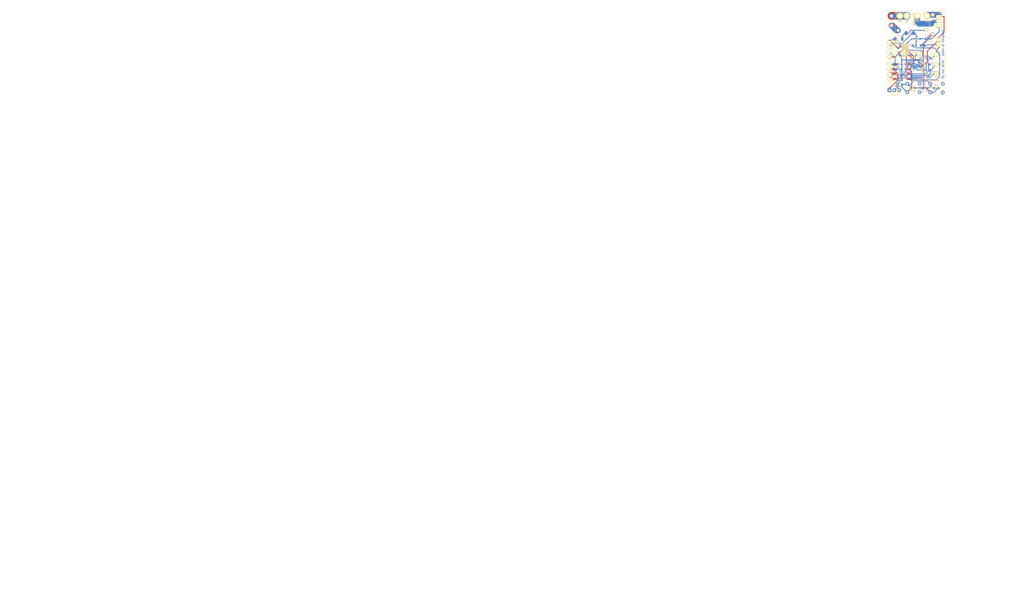
<source format=kicad_pcb>
(kicad_pcb (version 4) (host pcbnew 4.0.2+e4-6225~38~ubuntu16.04.1-stable)
  (layers (0 F.Cu signal) (31 B.Cu signal) (34 B.Paste user) (35 F.Paste user) (36 B.SilkS user) (37 F.SilkS user) (38 B.Mask user) (39 F.Mask user) (44 Edge.Cuts user))
  (net 0 "")
  (net 1 "Net-(C1-Pad1)")
  (net 2 GND)
  (net 3 +5V)
  (net 4 "Net-(C3-Pad1)")
  (net 5 "Net-(C4-Pad1)")
  (net 6 "Net-(C4-Pad2)")
  (net 7 KEY-1)
  (net 8 ZERO-CROSS)
  (net 9 KEY-2)
  (net 10 "Net-(D1-Pad1)")
  (net 11 "Net-(D1-Pad2)")
  (net 12 IR)
  (net 13 TX)
  (net 14 RX)
  (net 15 ~NRST)
  (net 16 PA1)
  (net 17 "Net-(IC1-Pad15)")
  (net 18 SWIM)
  (net 19 RTD1)
  (net 20 RTD2)
  (net 21 "Net-(J2-Pad2)")
  (net 22 "Net-(P1-Pad1)")
  (net 23 "Net-(P1-Pad2)")
  (net 24 "Net-(P1-Pad3)")
  (net 25 "Net-(P1-Pad4)")
  (net 26 "Net-(P2-Pad1)")
  (net 27 "Net-(P4-Pad1)")
  (net 28 "Net-(Q2-Pad1)")
  (net 29 TRIAC-GATE)
  (net 30 "Net-(R6-Pad1)")
  (net 31 "Net-(R9-Pad2)")
  (net 32 "Net-(R14-Pad2)")
  (module Wire_Pads:SolderWirePad_single_1-2mmDrill (layer F.Cu) (at 111.76 62.484 270)
    (fp_text reference P5 (at 2.921 0 360) (layer F.SilkS))
    (fp_text value NEUTRAL)
    (pad 1 thru_hole circle (at 0 0 270) (size 3.50012 3.50012) (drill 1.7) (layers *.Cu *.Mask F.SilkS) (net 27 "Net-(P4-Pad1)"))
  )
  (module SparkFun-Electromechanical:TACTILE-PTH (layer F.Cu) (at 127.508 100.52)
    (fp_text reference SW2 (at -1.651 -3.365) (layer F.SilkS) (effects (font (size 1.2065 1.2065) (thickness 0.127)) (justify left bottom)))
    (fp_text value Key2 (at 0 0) (layer F.SilkS))
    (pad 1 thru_hole circle (at -3.2512 -2.2606) (size 1.8796 1.8796) (drill 1.016) (layers *.Cu *.Mask) (net 9 KEY-2))
    (pad 4 thru_hole circle (at 3.2512 -2.2606) (size 1.8796 1.8796) (drill 1.016) (layers *.Cu *.Mask))
    (pad 2 thru_hole circle (at -3.2512 2.2606) (size 1.8796 1.8796) (drill 1.016) (layers *.Cu *.Mask) (net 2 GND))
    (pad 3 thru_hole circle (at 3.2512 2.2606) (size 1.8796 1.8796) (drill 1.016) (layers *.Cu *.Mask))
  )
  (module SparkFun-Electromechanical:TACTILE-PTH (layer F.Cu) (at 115.316 100.457)
    (fp_text reference SW1 (at 0.0635 -3.556) (layer F.SilkS) (effects (font (size 1.2065 1.2065) (thickness 0.127)) (justify left bottom)))
    (fp_text value Key1 (at 0 0) (layer F.SilkS))
    (pad 1 thru_hole circle (at -3.2512 -2.2606) (size 1.8796 1.8796) (drill 1.016) (layers *.Cu *.Mask) (net 7 KEY-1))
    (pad 4 thru_hole circle (at 3.2512 -2.2606) (size 1.8796 1.8796) (drill 1.016) (layers *.Cu *.Mask))
    (pad 2 thru_hole circle (at -3.2512 2.2606) (size 1.8796 1.8796) (drill 1.016) (layers *.Cu *.Mask) (net 2 GND))
    (pad 3 thru_hole circle (at 3.2512 2.2606) (size 1.8796 1.8796) (drill 1.016) (layers *.Cu *.Mask))
  )
  (module Capacitors_SMD:C_0805 (layer B.Cu) (at 119.126 85.852 180)
    (fp_text reference C1 (at 0.0635 1.7145 180) (layer B.SilkS) (effects (justify mirror)))
    (fp_text value 470nF)
    (pad 1 smd rect (at -1 0 180) (size 1 1.25) (layers B.Cu B.Paste B.Mask) (net 1 "Net-(C1-Pad1)"))
    (pad 2 smd rect (at 1 0 180) (size 1 1.25) (layers B.Cu B.Paste B.Mask) (net 2 GND))
  )
  (module Capacitors_SMD:C_0805 (layer B.Cu) (at 114.935 85.852 180)
    (fp_text reference C2 (at -0.0635 1.7145 180) (layer B.SilkS) (effects (justify mirror)))
    (fp_text value 100nF)
    (pad 1 smd rect (at -1 0 180) (size 1 1.25) (layers B.Cu B.Paste B.Mask) (net 2 GND))
    (pad 2 smd rect (at 1 0 180) (size 1 1.25) (layers B.Cu B.Paste B.Mask) (net 3 +5V))
  )
  (module Capacitors_SMD:C_0805 (layer B.Cu) (at 108.356 96.139)
    (fp_text reference C3 (at -2.819 2.667) (layer B.SilkS) (effects (justify mirror)))
    (fp_text value 100nF)
    (pad 1 smd rect (at -1 0) (size 1 1.25) (layers B.Cu B.Paste B.Mask) (net 4 "Net-(C3-Pad1)"))
    (pad 2 smd rect (at 1 0) (size 1 1.25) (layers B.Cu B.Paste B.Mask) (net 2 GND))
  )
  (module Capacitors_ThroughHole:C_Rect_L18_W11_H19_P15 (layer F.Cu) (at 122.225 70.1548 180)
    (fp_text reference C4 (at 17.323 -1.7272 270) (layer F.SilkS))
    (fp_text value 470nF/400V)
    (pad 1 thru_hole rect (at 0 0 180) (size 1.6 1.6) (drill 1.1) (layers *.Cu *.Mask F.SilkS) (net 5 "Net-(C4-Pad1)"))
    (pad 2 thru_hole circle (at 15 0 180) (size 1.6 1.6) (drill 1.1) (layers *.Cu *.Mask F.SilkS) (net 6 "Net-(C4-Pad2)"))
  )
  (module Capacitors_SMD:C_0805 (layer B.Cu) (at 108.331 98.7044 180)
    (fp_text reference C5 (at 2.794 2.5654 180) (layer B.SilkS) (effects (justify mirror)))
    (fp_text value 100nF)
    (pad 1 smd rect (at -1 0 180) (size 1 1.25) (layers B.Cu B.Paste B.Mask) (net 7 KEY-1))
    (pad 2 smd rect (at 1 0 180) (size 1 1.25) (layers B.Cu B.Paste B.Mask) (net 2 GND))
  )
  (module Capacitors_SMD:C_0805 (layer B.Cu) (at 120.167 78.1304)
    (fp_text reference C6 (at 2.8325 -0.0254) (layer B.SilkS) (effects (justify mirror)))
    (fp_text value 100pF)
    (pad 1 smd rect (at -1 0) (size 1 1.25) (layers B.Cu B.Paste B.Mask) (net 8 ZERO-CROSS))
    (pad 2 smd rect (at 1 0) (size 1 1.25) (layers B.Cu B.Paste B.Mask) (net 2 GND))
  )
  (module Capacitors_ThroughHole:C_Radial_D8_L11.5_P3.5 (layer F.Cu) (at 107.34 80.645)
    (fp_text reference C7 (at 5.944 -3.048) (layer F.SilkS))
    (fp_text value 470uF/16V)
    (pad 2 thru_hole circle (at 3.5 0) (size 1.3 1.3) (drill 0.8) (layers *.Cu *.Mask F.SilkS) (net 2 GND))
    (pad 1 thru_hole rect (at 0 0) (size 1.3 1.3) (drill 0.8) (layers *.Cu *.Mask F.SilkS) (net 3 +5V))
  )
  (module Capacitors_SMD:C_0805 (layer B.Cu) (at 127.457 100.609)
    (fp_text reference C8 (at 0.051 -1.7395) (layer B.SilkS) (effects (justify mirror)))
    (fp_text value 100nF)
    (pad 1 smd rect (at -1 0) (size 1 1.25) (layers B.Cu B.Paste B.Mask) (net 9 KEY-2))
    (pad 2 smd rect (at 1 0) (size 1 1.25) (layers B.Cu B.Paste B.Mask) (net 2 GND))
  )
  (module LEDs:LED-3MM (layer F.Cu) (at 118.288 82.3214 180)
    (fp_text reference D1 (at 1.321 2.9464 180) (layer F.SilkS))
    (fp_text value Led_Small)
    (fp_text user K (at -1.69 1.74 180) (layer F.SilkS))
    (pad 1 thru_hole rect (at 0 0 270) (size 2 2) (drill 1.00076) (layers *.Cu *.Mask F.SilkS) (net 10 "Net-(D1-Pad1)"))
    (pad 2 thru_hole circle (at 2.54 0 180) (size 2 2) (drill 1.00076) (layers *.Cu *.Mask F.SilkS) (net 11 "Net-(D1-Pad2)"))
  )
  (module MyOwn:SOD-80 (layer B.Cu) (at 107.569 74.676)
    (fp_text reference D2 (at 0 -1.905) (layer B.SilkS) (effects (font (size 0.8 0.8)) (justify mirror)))
    (fp_text value 5.6V/0.5W)
    (pad 1 smd rect (at -1.875 0) (size 1.25 2) (layers B.Cu B.Paste B.Mask) (net 3 +5V))
    (pad 2 smd rect (at 1.875 0) (size 1.25 2) (layers B.Cu B.Paste B.Mask) (net 5 "Net-(C4-Pad1)"))
  )
  (module MyOwn:SOD-80 (layer B.Cu) (at 113.411 71.628)
    (fp_text reference D3 (at 0 -1.905) (layer B.SilkS) (effects (font (size 0.8 0.8)) (justify mirror)))
    (fp_text value LL4148)
    (pad 1 smd rect (at -1.875 0) (size 1.25 2) (layers B.Cu B.Paste B.Mask) (net 5 "Net-(C4-Pad1)"))
    (pad 2 smd rect (at 1.875 0) (size 1.25 2) (layers B.Cu B.Paste B.Mask) (net 2 GND))
  )
  (module Housings_SSOP:TSSOP-20_4.4x6.5mm_Pitch0.65mm (layer B.Cu) (at 116.891 92.1004 270)
    (fp_text reference IC1 (at 2.5781 4.4325 270) (layer B.SilkS) (effects (justify mirror)))
    (fp_text value STM8S003F3P)
    (pad 1 smd rect (at -2.95 2.925 270) (size 1.45 0.45) (layers B.Cu B.Paste B.Mask) (net 12 IR))
    (pad 2 smd rect (at -2.95 2.275 270) (size 1.45 0.45) (layers B.Cu B.Paste B.Mask) (net 13 TX))
    (pad 3 smd rect (at -2.95 1.625 270) (size 1.45 0.45) (layers B.Cu B.Paste B.Mask) (net 14 RX))
    (pad 4 smd rect (at -2.95 0.975 270) (size 1.45 0.45) (layers B.Cu B.Paste B.Mask) (net 15 ~NRST))
    (pad 5 smd rect (at -2.95 0.325 270) (size 1.45 0.45) (layers B.Cu B.Paste B.Mask) (net 16 PA1))
    (pad 6 smd rect (at -2.95 -0.325 270) (size 1.45 0.45) (layers B.Cu B.Paste B.Mask) (net 10 "Net-(D1-Pad1)"))
    (pad 7 smd rect (at -2.95 -0.975 270) (size 1.45 0.45) (layers B.Cu B.Paste B.Mask) (net 2 GND))
    (pad 8 smd rect (at -2.95 -1.625 270) (size 1.45 0.45) (layers B.Cu B.Paste B.Mask) (net 1 "Net-(C1-Pad1)"))
    (pad 9 smd rect (at -2.95 -2.275 270) (size 1.45 0.45) (layers B.Cu B.Paste B.Mask) (net 3 +5V))
    (pad 10 smd rect (at -2.95 -2.925 270) (size 1.45 0.45) (layers B.Cu B.Paste B.Mask) (net 8 ZERO-CROSS))
    (pad 11 smd rect (at 2.95 -2.925 270) (size 1.45 0.45) (layers B.Cu B.Paste B.Mask))
    (pad 12 smd rect (at 2.95 -2.275 270) (size 1.45 0.45) (layers B.Cu B.Paste B.Mask))
    (pad 13 smd rect (at 2.95 -1.625 270) (size 1.45 0.45) (layers B.Cu B.Paste B.Mask))
    (pad 14 smd rect (at 2.95 -0.975 270) (size 1.45 0.45) (layers B.Cu B.Paste B.Mask))
    (pad 15 smd rect (at 2.95 -0.325 270) (size 1.45 0.45) (layers B.Cu B.Paste B.Mask) (net 17 "Net-(IC1-Pad15)"))
    (pad 16 smd rect (at 2.95 0.325 270) (size 1.45 0.45) (layers B.Cu B.Paste B.Mask) (net 9 KEY-2))
    (pad 17 smd rect (at 2.95 0.975 270) (size 1.45 0.45) (layers B.Cu B.Paste B.Mask) (net 7 KEY-1))
    (pad 18 smd rect (at 2.95 1.625 270) (size 1.45 0.45) (layers B.Cu B.Paste B.Mask) (net 18 SWIM))
    (pad 19 smd rect (at 2.95 2.275 270) (size 1.45 0.45) (layers B.Cu B.Paste B.Mask) (net 19 RTD1))
    (pad 20 smd rect (at 2.95 2.925 270) (size 1.45 0.45) (layers B.Cu B.Paste B.Mask) (net 20 RTD2))
  )
  (module Pin_Headers:Pin_Header_Straight_1x04 (layer F.Cu) (at 102.692 76.5556)
    (fp_text reference J1 (at -0.076 -2.5146) (layer F.SilkS))
    (fp_text value ST-Link-V2)
    (pad 1 thru_hole rect (at 0 0) (size 2.032 1.7272) (drill 1.016) (layers *.Cu *.Mask F.SilkS) (net 3 +5V))
    (pad 2 thru_hole oval (at 0 2.54) (size 2.032 1.7272) (drill 1.016) (layers *.Cu *.Mask F.SilkS) (net 2 GND))
    (pad 3 thru_hole oval (at 0 5.08) (size 2.032 1.7272) (drill 1.016) (layers *.Cu *.Mask F.SilkS) (net 18 SWIM))
    (pad 4 thru_hole oval (at 0 7.62) (size 2.032 1.7272) (drill 1.016) (layers *.Cu *.Mask F.SilkS) (net 15 ~NRST))
  )
  (module SparkFun-Passives:PAD-JUMPER-2-NO_YES_SILK (layer B.Cu) (at 122.961 93.9292)
    (fp_text reference J2 (at -1.168 -0.3302 90) (layer B.SilkS) (effects (font (size 0.38608 0.38608) (thickness 0.032512)) (justify left bottom mirror)))
    (fp_text value Solder-Jumper-2 hide)
    (pad 1 smd rect (at -0.45 0) (size 0.635 1.27) (layers B.Cu B.Paste B.Mask) (net 19 RTD1))
    (pad 2 smd rect (at 0.45 0) (size 0.635 1.27) (layers B.Cu B.Paste B.Mask) (net 21 "Net-(J2-Pad2)"))
  )
  (module Pin_Headers:Pin_Header_Straight_1x04 (layer F.Cu) (at 102.68 88.011)
    (fp_text reference P1 (at -0.3815 9.7155) (layer F.SilkS))
    (fp_text value UART)
    (pad 1 thru_hole rect (at 0 0) (size 2.032 1.7272) (drill 1.016) (layers *.Cu *.Mask F.SilkS) (net 22 "Net-(P1-Pad1)"))
    (pad 2 thru_hole oval (at 0 2.54) (size 2.032 1.7272) (drill 1.016) (layers *.Cu *.Mask F.SilkS) (net 23 "Net-(P1-Pad2)"))
    (pad 3 thru_hole oval (at 0 5.08) (size 2.032 1.7272) (drill 1.016) (layers *.Cu *.Mask F.SilkS) (net 24 "Net-(P1-Pad3)"))
    (pad 4 thru_hole oval (at 0 7.62) (size 2.032 1.7272) (drill 1.016) (layers *.Cu *.Mask F.SilkS) (net 25 "Net-(P1-Pad4)"))
  )
  (module Wire_Pads:SolderWirePad_single_1-2mmDrill (layer F.Cu) (at 117.348 62.484)
    (fp_text reference P2 (at 0 2.921) (layer F.SilkS))
    (fp_text value LOAD)
    (pad 1 thru_hole circle (at 0 0) (size 3.50012 3.50012) (drill 1.7) (layers *.Cu *.Mask F.SilkS) (net 26 "Net-(P2-Pad1)"))
  )
  (module Wire_Pads:SolderWirePad_single_1-2mmDrill (layer F.Cu) (at 122.428 62.484)
    (fp_text reference P3 (at 0 2.921) (layer F.SilkS))
    (fp_text value LIVE)
    (pad 1 thru_hole circle (at 0 0) (size 3.50012 3.50012) (drill 1.7) (layers *.Cu *.Mask F.SilkS) (net 3 +5V))
  )
  (module Wire_Pads:SolderWirePad_single_1-2mmDrill (layer F.Cu) (at 108.204 62.484)
    (fp_text reference P4 (at -0.127 3.048) (layer F.SilkS))
    (fp_text value NEUTRAL)
    (pad 1 thru_hole circle (at 0 0) (size 3.50012 3.50012) (drill 1.7) (layers *.Cu *.Mask F.SilkS) (net 27 "Net-(P4-Pad1)"))
  )
  (module adafruit:PNA460XM (layer F.Cu) (at 105.283 101.6)
    (fp_text reference Q1 (at 1.397 -1.7145) (layer F.SilkS) (effects (font (size 1.2065 1.2065) (thickness 0.127)) (justify left bottom)))
    (fp_text value IR-Receiver hide)
    (pad 1 thru_hole rect (at -2.54 0 90) (size 1.9304 1.9304) (drill 1.016) (layers *.Cu *.Mask) (net 12 IR))
    (pad 2 thru_hole circle (at 0 0 90) (size 1.9304 1.9304) (drill 1.016) (layers *.Cu *.Mask) (net 2 GND))
    (pad 3 thru_hole circle (at 2.54 0 90) (size 1.9304 1.9304) (drill 1.016) (layers *.Cu *.Mask) (net 4 "Net-(C3-Pad1)"))
  )
  (module TO_SOT_Packages_SMD:SOT-23 (layer B.Cu) (at 117.932 74.5998 90)
    (fp_text reference Q2 (at 0.1143 -2.362 270) (layer B.SilkS) (effects (justify mirror)))
    (fp_text value BC847)
    (pad 1 smd rect (at -0.95 -1.00076 90) (size 0.8001 0.8001) (layers B.Cu B.Paste B.Mask) (net 28 "Net-(Q2-Pad1)"))
    (pad 2 smd rect (at 0.95 -1.00076 90) (size 0.8001 0.8001) (layers B.Cu B.Paste B.Mask) (net 2 GND))
    (pad 3 smd rect (at 0 0.99822 90) (size 0.8001 0.8001) (layers B.Cu B.Paste B.Mask) (net 29 TRIAC-GATE))
  )
  (module Resistors_SMD:R_0805 (layer B.Cu) (at 123.038 88.0618)
    (fp_text reference R1 (at 2.311 -0.0508 90) (layer B.SilkS) (effects (justify mirror)))
    (fp_text value 100)
    (pad 1 smd rect (at -0.95 0) (size 0.7 1.3) (layers B.Cu B.Paste B.Mask) (net 16 PA1))
    (pad 2 smd rect (at 0.95 0) (size 0.7 1.3) (layers B.Cu B.Paste B.Mask) (net 20 RTD2))
  )
  (module Resistors_SMD:R_0805 (layer B.Cu) (at 123.19 84.8614)
    (fp_text reference R2 (at 2.3495 0.0381 90) (layer B.SilkS) (effects (justify mirror)))
    (fp_text value 100)
    (pad 1 smd rect (at -0.95 0) (size 0.7 1.3) (layers B.Cu B.Paste B.Mask) (net 20 RTD2))
    (pad 2 smd rect (at 0.95 0) (size 0.7 1.3) (layers B.Cu B.Paste B.Mask) (net 2 GND))
  )
  (module Resistors_SMD:R_0805 (layer B.Cu) (at 123.038 91.1098)
    (fp_text reference R3 (at 2.311 0.0127 90) (layer B.SilkS) (effects (justify mirror)))
    (fp_text value 100)
    (pad 1 smd rect (at -0.95 0) (size 0.7 1.3) (layers B.Cu B.Paste B.Mask) (net 16 PA1))
    (pad 2 smd rect (at 0.95 0) (size 0.7 1.3) (layers B.Cu B.Paste B.Mask) (net 21 "Net-(J2-Pad2)"))
  )
  (module Resistors_SMD:R_0805 (layer B.Cu) (at 105.854 90.678 180)
    (fp_text reference R4 (at -2.223 0 270) (layer B.SilkS) (effects (justify mirror)))
    (fp_text value 1K)
    (pad 1 smd rect (at -0.95 0 180) (size 0.7 1.3) (layers B.Cu B.Paste B.Mask) (net 24 "Net-(P1-Pad3)"))
    (pad 2 smd rect (at 0.95 0 180) (size 0.7 1.3) (layers B.Cu B.Paste B.Mask) (net 22 "Net-(P1-Pad1)"))
  )
  (module Resistors_SMD:R_0805 (layer B.Cu) (at 108.229 93.6498 180)
    (fp_text reference R5 (at 2.6285 -0.0127 180) (layer B.SilkS) (effects (justify mirror)))
    (fp_text value 100)
    (pad 1 smd rect (at -0.95 0 180) (size 0.7 1.3) (layers B.Cu B.Paste B.Mask) (net 3 +5V))
    (pad 2 smd rect (at 0.95 0 180) (size 0.7 1.3) (layers B.Cu B.Paste B.Mask) (net 4 "Net-(C3-Pad1)"))
  )
  (module Resistors_SMD:R_0805 (layer B.Cu) (at 105.854 88.011 180)
    (fp_text reference R6 (at -2.1595 0 450) (layer B.SilkS) (effects (justify mirror)))
    (fp_text value 560)
    (pad 1 smd rect (at -0.95 0 180) (size 0.7 1.3) (layers B.Cu B.Paste B.Mask) (net 30 "Net-(R6-Pad1)"))
    (pad 2 smd rect (at 0.95 0 180) (size 0.7 1.3) (layers B.Cu B.Paste B.Mask) (net 22 "Net-(P1-Pad1)"))
  )
  (module Resistors_SMD:R_0805 (layer B.Cu) (at 109.144 83.2358)
    (fp_text reference R7 (at -2.591 0.0762) (layer B.SilkS) (effects (justify mirror)))
    (fp_text value 1K)
    (pad 1 smd rect (at -0.95 0) (size 0.7 1.3) (layers B.Cu B.Paste B.Mask) (net 3 +5V))
    (pad 2 smd rect (at 0.95 0) (size 0.7 1.3) (layers B.Cu B.Paste B.Mask) (net 11 "Net-(D1-Pad2)"))
  )
  (module Resistors_SMD:R_0805 (layer B.Cu) (at 110.172 87.9475 180)
    (fp_text reference R8 (at -2.2865 0 450) (layer B.SilkS) (effects (justify mirror)))
    (fp_text value 1K)
    (pad 1 smd rect (at -0.95 0 180) (size 0.7 1.3) (layers B.Cu B.Paste B.Mask) (net 14 RX))
    (pad 2 smd rect (at 0.95 0 180) (size 0.7 1.3) (layers B.Cu B.Paste B.Mask) (net 3 +5V))
  )
  (module Resistors_SMD:R_0805 (layer B.Cu) (at 110.172 90.6145)
    (fp_text reference R9 (at 2.2865 -0.0635 90) (layer B.SilkS) (effects (justify mirror)))
    (fp_text value 560)
    (pad 1 smd rect (at -0.95 0) (size 0.7 1.3) (layers B.Cu B.Paste B.Mask) (net 3 +5V))
    (pad 2 smd rect (at 0.95 0) (size 0.7 1.3) (layers B.Cu B.Paste B.Mask) (net 31 "Net-(R9-Pad2)"))
  )
  (module Resistors_SMD:R_0805 (layer B.Cu) (at 115.722 78.1812 180)
    (fp_text reference R10 (at 2.8825 -0.0508 180) (layer B.SilkS) (effects (justify mirror)))
    (fp_text value 2.7K)
    (pad 1 smd rect (at -0.95 0 180) (size 0.7 1.3) (layers B.Cu B.Paste B.Mask) (net 28 "Net-(Q2-Pad1)"))
    (pad 2 smd rect (at 0.95 0 180) (size 0.7 1.3) (layers B.Cu B.Paste B.Mask) (net 17 "Net-(IC1-Pad15)"))
  )
  (module Resistors_SMD:R_0805 (layer B.Cu) (at 109.372 77.8764)
    (fp_text reference R11 (at -3.073 0.1016) (layer B.SilkS) (effects (justify mirror)))
    (fp_text value 100K)
    (pad 1 smd rect (at -0.95 0) (size 0.7 1.3) (layers B.Cu B.Paste B.Mask) (net 3 +5V))
    (pad 2 smd rect (at 0.95 0) (size 0.7 1.3) (layers B.Cu B.Paste B.Mask) (net 29 TRIAC-GATE))
  )
  (module Resistors_ThroughHole:Resistor_Vertical_RM5mm (layer F.Cu) (at 103.784 65.0748 270)
    (fp_text reference R12 (at 1.2192 1.93 450) (layer F.SilkS))
    (fp_text value 470/1W)
    (pad 1 thru_hole circle (at -2.49936 0 270) (size 1.99898 1.99898) (drill 1.00076) (layers *.Cu *.SilkS *.Mask) (net 27 "Net-(P4-Pad1)"))
    (pad 2 thru_hole circle (at 2.5019 0 270) (size 1.99898 1.99898) (drill 1.00076) (layers *.Cu *.SilkS *.Mask) (net 6 "Net-(C4-Pad2)"))
  )
  (module Resistors_SMD:R_0805 (layer B.Cu) (at 115.214 100.457 180)
    (fp_text reference R13 (at 0.0885 -1.7145 180) (layer B.SilkS) (effects (justify mirror)))
    (fp_text value 4.7K)
    (pad 1 smd rect (at -0.95 0 180) (size 0.7 1.3) (layers B.Cu B.Paste B.Mask) (net 3 +5V))
    (pad 2 smd rect (at 0.95 0 180) (size 0.7 1.3) (layers B.Cu B.Paste B.Mask) (net 7 KEY-1))
  )
  (module Resistors_SMD:R_0805 (layer B.Cu) (at 122.758 74.5998)
    (fp_text reference R14 (at -0.1395 -1.7653) (layer B.SilkS) (effects (justify mirror)))
    (fp_text value 47)
    (pad 1 smd rect (at -0.95 0) (size 0.7 1.3) (layers B.Cu B.Paste B.Mask) (net 29 TRIAC-GATE))
    (pad 2 smd rect (at 0.95 0) (size 0.7 1.3) (layers B.Cu B.Paste B.Mask) (net 32 "Net-(R14-Pad2)"))
  )
  (module Resistors_SMD:R_0805 (layer B.Cu) (at 121.463 100.609)
    (fp_text reference R16 (at -0.1145 1.6895) (layer B.SilkS) (effects (justify mirror)))
    (fp_text value 4.7K)
    (pad 1 smd rect (at -0.95 0) (size 0.7 1.3) (layers B.Cu B.Paste B.Mask) (net 3 +5V))
    (pad 2 smd rect (at 0.95 0) (size 0.7 1.3) (layers B.Cu B.Paste B.Mask) (net 9 KEY-2))
  )
  (module Terminal_Blocks:TerminalBlock_Pheonix_MKDS1.5-3pol (layer F.Cu) (at 127.457 92.964 90)
    (fp_text reference TH1 (at 4.826 3.353 90) (layer F.SilkS))
    (fp_text value PT100)
    (pad 3 thru_hole circle (at 10 0 90) (size 2.5 2.5) (drill 1.3) (layers *.Cu *.Mask F.SilkS) (net 2 GND))
    (pad 1 thru_hole rect (at 0 0 90) (size 2.5 2.5) (drill 1.3) (layers *.Cu *.Mask F.SilkS) (net 19 RTD1))
    (pad 2 thru_hole circle (at 5 0 90) (size 2.5 2.5) (drill 1.3) (layers *.Cu *.Mask F.SilkS) (net 21 "Net-(J2-Pad2)"))
  )
  (module Opto-Devices:Optocoupler_SMD_HandSoldering_KPC357_LTV35x_PC357_SingleChannel (layer F.Cu) (at 109.22 89.281)
    (fp_text reference U1 (at -0.9525 -2.4765) (layer F.SilkS))
    (fp_text value EL357N)
    (pad 2 smd rect (at -3.79984 1.34874) (size 1.99898 0.89916) (layers F.Cu F.Paste F.Mask) (net 23 "Net-(P1-Pad2)"))
    (pad 1 smd rect (at -3.79984 -1.30048) (size 1.99898 1.00076) (layers F.Cu F.Paste F.Mask) (net 30 "Net-(R6-Pad1)"))
    (pad 4 smd rect (at 3.79984 -1.30048) (size 1.99898 1.00076) (layers F.Cu F.Paste F.Mask) (net 14 RX))
    (pad 3 smd rect (at 3.79984 1.30048) (size 1.99898 1.00076) (layers F.Cu F.Paste F.Mask) (net 2 GND))
  )
  (module Opto-Devices:Optocoupler_SMD_HandSoldering_KPC357_LTV35x_PC357_SingleChannel (layer F.Cu) (at 109.22 94.361 180)
    (fp_text reference U2 (at 0.0635 -2.794 180) (layer F.SilkS))
    (fp_text value EL357N)
    (pad 2 smd rect (at -3.79984 1.34874 180) (size 1.99898 0.89916) (layers F.Cu F.Paste F.Mask) (net 13 TX))
    (pad 1 smd rect (at -3.79984 -1.30048 180) (size 1.99898 1.00076) (layers F.Cu F.Paste F.Mask) (net 31 "Net-(R9-Pad2)"))
    (pad 4 smd rect (at 3.79984 -1.30048 180) (size 1.99898 1.00076) (layers F.Cu F.Paste F.Mask) (net 24 "Net-(P1-Pad3)"))
    (pad 3 smd rect (at 3.79984 1.30048 180) (size 1.99898 1.00076) (layers F.Cu F.Paste F.Mask) (net 25 "Net-(P1-Pad4)"))
  )
  (module TO_SOT_Packages_THT:TO-220_Neutral123_Vertical_LargePads (layer F.Cu) (at 128.905 65.405 270)
    (fp_text reference U3 (at -4.445 -0.381 360) (layer F.SilkS))
    (fp_text value "TRIAC  T435-600T1")
    (pad 2 thru_hole oval (at 0 0) (size 3.50012 1.69926) (drill 1.00076) (layers *.Cu *.Mask F.SilkS) (net 26 "Net-(P2-Pad1)"))
    (pad 1 thru_hole oval (at -2.54 0) (size 3.50012 1.69926) (drill 1.00076) (layers *.Cu *.Mask F.SilkS) (net 3 +5V))
    (pad 3 thru_hole oval (at 2.54 0) (size 3.50012 1.69926) (drill 1.00076) (layers *.Cu *.Mask F.SilkS) (net 32 "Net-(R14-Pad2)"))
  )
  (module Pin_Headers:Pin_Header_Straight_1x02 (layer F.Cu) (at 128.778 75.184)
    (fp_text reference P6 (at 0 -2.413 180) (layer F.SilkS))
    (fp_text value "+5V Power")
    (pad 1 thru_hole rect (at 0 0) (size 2.032 2.032) (drill 1.016) (layers *.Cu *.Mask F.SilkS) (net 3 +5V))
    (pad 2 thru_hole oval (at 0 2.54) (size 2.032 2.032) (drill 1.016) (layers *.Cu *.Mask F.SilkS) (net 2 GND))
  )
  (module Resistors_ThroughHole:Resistor_Horizontal_RM10mm (layer F.Cu) (at 125.476 67.056 270)
    (fp_text reference R15 (at 7.8105 0.381 450) (layer F.SilkS))
    (fp_text value 330K/0.5W)
    (pad 1 thru_hole circle (at -5.08 0 270) (size 1.99898 1.99898) (drill 1.00076) (layers *.Cu *.SilkS *.Mask) (net 3 +5V))
    (pad 2 thru_hole circle (at 5.08 0 270) (size 1.99898 1.99898) (drill 1.00076) (layers *.Cu *.SilkS *.Mask) (net 8 ZERO-CROSS))
  )
  (gr_text "Designed by Wang   2016 Jun 20" (at 130.81 82.677 90) (layer B.Cu) (effects (font (size 1 1) (thickness 0.175)) (justify mirror)))
  (gr_line (start 132.334 104.394) (end 132.334 59.69) (angle 90) (layer Edge.Cuts) (width 0.1))
  (gr_line (start 100.838 104.394) (end 100.838 59.69) (angle 90) (layer Edge.Cuts) (width 0.1))
  (gr_line (start 132.334 104.394) (end 100.838 104.394) (angle 90) (layer Edge.Cuts) (width 0.1))
  (gr_line (start 100.838 59.69) (end 132.334 59.69) (angle 90) (layer Edge.Cuts) (width 0.1))
  (gr_line (start 122.1105 93.4085) (end 121.8565 93.6625) (angle 90) (layer F.SilkS) (width 0.2))
  (gr_line (start 122.1105 93.4085) (end 121.8565 93.1545) (angle 90) (layer F.SilkS) (width 0.2))
  (gr_line (start 122.1105 88.138) (end 121.8565 88.392) (angle 90) (layer F.SilkS) (width 0.2))
  (gr_line (start 122.1105 88.138) (end 121.8565 87.884) (angle 90) (layer F.SilkS) (width 0.2))
  (gr_line (start 122.1105 82.2325) (end 121.793 82.55) (angle 90) (layer F.SilkS) (width 0.2))
  (gr_line (start 122.047 82.2325) (end 121.7295 81.915) (angle 90) (layer F.SilkS) (width 0.2))
  (gr_text RTD (at 119.6975 90.805 90) (layer F.SilkS) (effects (font (size 0.8 0.8) (thickness 0.2))))
  (gr_line (start 121.92 84.201) (end 121.92 83.6295) (angle 90) (layer F.SilkS) (width 0.2))
  (gr_line (start 119.1895 86.9315) (end 119.1895 87.757) (angle 90) (layer F.SilkS) (width 0.2))
  (gr_line (start 121.92 84.201) (end 119.1895 86.9315) (angle 90) (layer F.SilkS) (width 0.2))
  (gr_line (start 121.285 88.138) (end 121.9835 88.138) (angle 90) (layer F.SilkS) (width 0.2))
  (gr_line (start 120.65 87.503) (end 121.285 88.138) (angle 90) (layer F.SilkS) (width 0.2))
  (gr_line (start 120.5865 93.4085) (end 121.9835 93.4085) (angle 90) (layer F.SilkS) (width 0.2))
  (gr_line (start 120.5865 87.4395) (end 120.5865 93.4085) (angle 90) (layer F.SilkS) (width 0.2))
  (gr_line (start 121.412 84.074) (end 120.523 84.074) (angle 90) (layer F.SilkS) (width 0.2))
  (gr_line (start 121.412 87.503) (end 121.412 84.074) (angle 90) (layer F.SilkS) (width 0.2))
  (gr_line (start 119.6975 87.503) (end 121.412 87.503) (angle 90) (layer F.SilkS) (width 0.2))
  (gr_line (start 119.6975 84.074) (end 119.6975 87.503) (angle 90) (layer F.SilkS) (width 0.2))
  (gr_line (start 120.5865 84.074) (end 119.6975 84.074) (angle 90) (layer F.SilkS) (width 0.2))
  (gr_line (start 120.5865 82.2325) (end 120.5865 84.074) (angle 90) (layer F.SilkS) (width 0.2))
  (gr_line (start 122.1105 82.2325) (end 120.5865 82.2325) (angle 90) (layer F.SilkS) (width 0.2))
  (gr_text - (at 131.2545 77.724 90) (layer F.SilkS) (effects (font (size 1 1) (thickness 0.2))))
  (gr_text + (at 131.2545 75.2475 90) (layer F.SilkS) (effects (font (size 1 1) (thickness 0.2))))
  (gr_text "DC 5V" (at 126.746 77.2795 90) (layer F.SilkS) (effects (font (size 0.8 0.8) (thickness 0.2))))
  (gr_text L (at 122.428 64.9605) (layer B.SilkS) (effects (font (size 1 1) (thickness 0.25)) (justify mirror)))
  (gr_text N (at 111.8235 65.405) (layer B.SilkS) (effects (font (size 1 1) (thickness 0.25)) (justify mirror)))
  (gr_text N (at 108.331 65.405) (layer B.SilkS) (effects (font (size 1 1) (thickness 0.25)) (justify mirror)))
  (gr_text LOAD (at 115.7605 65.786 90) (layer B.SilkS) (effects (font (size 1 1) (thickness 0.25)) (justify mirror)))
  (gr_text LOAD (at 114.9985 61.976 90) (layer F.SilkS) (effects (font (size 0.8 0.8) (thickness 0.2))))
  (gr_text L (at 120.523 60.96) (layer F.SilkS) (effects (font (size 0.8 0.8) (thickness 0.2))))
  (gr_text N (at 106.3625 60.833) (layer F.SilkS) (effects (font (size 0.8 0.8) (thickness 0.2))))
  (gr_text N (at 109.982 60.833) (layer F.SilkS) (effects (font (size 0.8 0.8) (thickness 0.2))))
  (gr_text PA1 (at 116.84 84.836) (layer F.SilkS) (effects (font (size 0.8 0.8) (thickness 0.2))))
  (gr_text ~NRST (at 105.9815 76.5175) (layer F.SilkS) (effects (font (size 0.8 0.8) (thickness 0.2))))
  (gr_text SWIM (at 104.5845 78.867 90) (layer F.SilkS) (effects (font (size 0.8 0.8) (thickness 0.2))))
  (gr_text GND (at 104.5845 82.423 90) (layer F.SilkS) (effects (font (size 0.8 0.8) (thickness 0.2))))
  (gr_text VCC (at 105.4735 85.1535) (layer F.SilkS) (effects (font (size 0.8 0.8) (thickness 0.2))))
  (gr_text VCC (at 105.4735 89.408) (layer F.SilkS) (effects (font (size 0.8 0.8) (thickness 0.2))))
  (gr_text RX (at 104.9655 91.8845) (layer F.SilkS) (effects (font (size 0.8 0.8) (thickness 0.2))))
  (gr_text TX (at 104.8385 94.2975) (layer F.SilkS) (effects (font (size 0.8 0.8) (thickness 0.2))))
  (gr_text GND (at 105.3465 96.901) (layer F.SilkS) (effects (font (size 0.8 0.8) (thickness 0.2))))
  (gr_text ^ (at 122.936 97.155) (layer B.SilkS) (effects (font (size 3 3) (thickness 0.25)) (justify mirror)))
  (gr_text "Shorted for two wires RTD" (at 122.9995 96.4565) (layer B.SilkS) (effects (font (size 0.6 0.6)) (justify mirror)))
  (segment (start 120.126 85.852) (end 119.1942 85.852) (width 0.4318) (layer B.Cu) (net 1))
  (segment (start 119.1942 87.3154) (end 119.1942 85.852) (width 0.4318) (layer B.Cu) (net 1))
  (segment (start 118.516 87.9936) (end 119.1942 87.3154) (width 0.4318) (layer B.Cu) (net 1))
  (segment (start 118.516 89.1504) (end 118.516 87.9936) (width 0.4318) (layer B.Cu) (net 1))
  (segment (start 128.778 77.724) (end 128.778 79.1718) (width 0.4318) (layer F.Cu) (net 2))
  (segment (start 127.5252 101.3078) (end 127.5252 100.609) (width 0.4318) (layer B.Cu) (net 2))
  (segment (start 126.0524 102.7806) (end 127.5252 101.3078) (width 0.4318) (layer B.Cu) (net 2))
  (segment (start 124.2568 102.7806) (end 126.0524 102.7806) (width 0.4318) (layer B.Cu) (net 2))
  (segment (start 128.457 100.609) (end 127.5252 100.609) (width 0.4318) (layer B.Cu) (net 2))
  (segment (start 111.5885 81.3935) (end 110.84 80.645) (width 0.4318) (layer F.Cu) (net 2))
  (segment (start 111.5885 90.5815) (end 111.5885 81.3935) (width 0.4318) (layer F.Cu) (net 2))
  (segment (start 104.9553 76.8323) (end 109.5766 76.8323) (width 0.4318) (layer B.Cu) (net 2))
  (segment (start 102.692 79.0956) (end 104.9553 76.8323) (width 0.4318) (layer B.Cu) (net 2))
  (segment (start 114.2292 72.1797) (end 114.2292 71.628) (width 0.4318) (layer B.Cu) (net 2))
  (segment (start 109.5766 76.8323) (end 114.2292 72.1797) (width 0.4318) (layer B.Cu) (net 2))
  (segment (start 115.286 71.628) (end 114.2292 71.628) (width 0.4318) (layer B.Cu) (net 2))
  (segment (start 116.3428 72.2295) (end 116.3428 71.628) (width 0.4318) (layer B.Cu) (net 2))
  (segment (start 116.9312 72.8179) (end 116.3428 72.2295) (width 0.4318) (layer B.Cu) (net 2))
  (segment (start 116.9312 73.6498) (end 116.9312 72.8179) (width 0.4318) (layer B.Cu) (net 2))
  (segment (start 115.286 71.628) (end 116.3428 71.628) (width 0.4318) (layer B.Cu) (net 2))
  (segment (start 108.4242 96.7681) (end 108.4242 96.139) (width 0.4318) (layer B.Cu) (net 2))
  (segment (start 107.5447 97.6476) (end 108.4242 96.7681) (width 0.4318) (layer B.Cu) (net 2))
  (segment (start 107.331 97.6476) (end 107.5447 97.6476) (width 0.4318) (layer B.Cu) (net 2))
  (segment (start 107.331 98.7044) (end 107.331 97.6476) (width 0.4318) (layer B.Cu) (net 2))
  (segment (start 109.356 96.139) (end 108.4242 96.139) (width 0.4318) (layer B.Cu) (net 2))
  (segment (start 112.9129 90.5815) (end 111.5885 90.5815) (width 0.4318) (layer F.Cu) (net 2))
  (segment (start 107.1218 99.7612) (end 107.331 99.7612) (width 0.4318) (layer B.Cu) (net 2))
  (segment (start 105.283 101.6) (end 107.1218 99.7612) (width 0.4318) (layer B.Cu) (net 2))
  (segment (start 107.331 98.7044) (end 107.331 99.7612) (width 0.4318) (layer B.Cu) (net 2))
  (segment (start 109.1084 99.7612) (end 107.331 99.7612) (width 0.4318) (layer B.Cu) (net 2))
  (segment (start 112.0648 102.7176) (end 109.1084 99.7612) (width 0.4318) (layer B.Cu) (net 2))
  (segment (start 122.5052 77.724) (end 122.0988 78.1304) (width 0.4318) (layer B.Cu) (net 2))
  (segment (start 128.778 77.724) (end 122.5052 77.724) (width 0.4318) (layer B.Cu) (net 2))
  (segment (start 121.167 78.1304) (end 122.0988 78.1304) (width 0.4318) (layer B.Cu) (net 2))
  (segment (start 117.866 87.1688) (end 117.866 89.1504) (width 0.4318) (layer B.Cu) (net 2))
  (segment (start 118.126 86.9088) (end 117.866 87.1688) (width 0.4318) (layer B.Cu) (net 2))
  (segment (start 118.126 86.3804) (end 118.126 86.9088) (width 0.4318) (layer B.Cu) (net 2))
  (segment (start 118.126 86.3804) (end 118.126 85.852) (width 0.4318) (layer B.Cu) (net 2))
  (segment (start 115.935 85.852) (end 116.8668 85.852) (width 0.4318) (layer B.Cu) (net 2))
  (segment (start 118.126 85.852) (end 116.8668 85.852) (width 0.4318) (layer B.Cu) (net 2))
  (segment (start 112.9129 90.5815) (end 113.0198 90.5815) (width 0.4318) (layer F.Cu) (net 2))
  (segment (start 121.8436 100.3674) (end 124.2568 102.7806) (width 0.4318) (layer F.Cu) (net 2))
  (segment (start 114.415 100.3674) (end 121.8436 100.3674) (width 0.4318) (layer F.Cu) (net 2))
  (segment (start 114.415 91.9767) (end 114.415 100.3674) (width 0.4318) (layer F.Cu) (net 2))
  (segment (start 113.0198 90.5815) (end 114.415 91.9767) (width 0.4318) (layer F.Cu) (net 2))
  (segment (start 114.415 100.3674) (end 112.0648 102.7176) (width 0.4318) (layer F.Cu) (net 2))
  (segment (start 124.14 84.8614) (end 124.5309 84.8614) (width 0.4318) (layer B.Cu) (net 2))
  (segment (start 109.5766 79.3816) (end 110.84 80.645) (width 0.4318) (layer B.Cu) (net 2))
  (segment (start 109.5766 76.8323) (end 109.5766 79.3816) (width 0.4318) (layer B.Cu) (net 2))
  (segment (start 119.2295 80.645) (end 110.84 80.645) (width 0.4318) (layer B.Cu) (net 2))
  (segment (start 120.2052 81.6207) (end 119.2295 80.645) (width 0.4318) (layer B.Cu) (net 2))
  (segment (start 120.2052 83.7728) (end 120.2052 81.6207) (width 0.4318) (layer B.Cu) (net 2))
  (segment (start 123.4423 83.7728) (end 120.2052 83.7728) (width 0.4318) (layer B.Cu) (net 2))
  (segment (start 124.5309 84.8614) (end 123.4423 83.7728) (width 0.4318) (layer B.Cu) (net 2))
  (segment (start 120.2052 83.7728) (end 118.126 85.852) (width 0.4318) (layer B.Cu) (net 2))
  (segment (start 127.457 80.4928) (end 128.778 79.1718) (width 0.4318) (layer F.Cu) (net 2))
  (segment (start 124.5309 84.8614) (end 124.9218 84.8614) (width 0.4318) (layer B.Cu) (net 2))
  (segment (start 126.8192 82.964) (end 124.9218 84.8614) (width 0.4318) (layer B.Cu) (net 2))
  (segment (start 127.457 82.964) (end 126.8192 82.964) (width 0.4318) (layer B.Cu) (net 2))
  (segment (start 127.457 82.964) (end 127.457 80.4928) (width 0.4318) (layer F.Cu) (net 2))
  (via (at 120.7599 90.0712) (size 1.0668) (layers F.Cu B.Cu) (net 3))
  (via (at 120.7599 99.1659) (size 1.0668) (layers F.Cu B.Cu) (net 3))
  (segment (start 122.428 62.484) (end 123.446 63.502) (width 0.4318) (layer F.Cu) (net 3))
  (segment (start 122.936 61.976) (end 125.476 61.976) (width 3) (layer B.Cu) (net 3))
  (segment (start 122.428 62.484) (end 122.936 61.976) (width 3) (layer B.Cu) (net 3))
  (segment (start 125.476 61.976) (end 128.778 61.976) (width 3) (layer B.Cu) (net 3))
  (segment (start 122.936 61.976) (end 125.476 61.976) (width 3) (layer F.Cu) (net 3))
  (segment (start 125.476 61.976) (end 128.778 61.976) (width 3) (layer F.Cu) (net 3))
  (segment (start 120.513 100.609) (end 119.7312 100.609) (width 0.4318) (layer B.Cu) (net 3))
  (segment (start 109.222 90.6145) (end 109.222 91.6963) (width 0.4318) (layer B.Cu) (net 3))
  (segment (start 109.222 90.6145) (end 109.222 87.9475) (width 0.4318) (layer B.Cu) (net 3))
  (segment (start 107.1474 79.5632) (end 107.34 79.5632) (width 0.4318) (layer F.Cu) (net 3))
  (segment (start 104.1398 76.5556) (end 107.1474 79.5632) (width 0.4318) (layer F.Cu) (net 3))
  (segment (start 102.692 76.5556) (end 104.1398 76.5556) (width 0.4318) (layer F.Cu) (net 3))
  (segment (start 107.34 80.645) (end 107.34 79.5632) (width 0.4318) (layer F.Cu) (net 3))
  (segment (start 128.778 62.738) (end 128.905 62.865) (width 1.75) (layer B.Cu) (net 3))
  (segment (start 128.778 61.976) (end 128.778 62.738) (width 1.75) (layer B.Cu) (net 3))
  (segment (start 119.5792 100.457) (end 116.164 100.457) (width 0.4318) (layer B.Cu) (net 3))
  (segment (start 119.7312 100.609) (end 119.5792 100.457) (width 0.4318) (layer B.Cu) (net 3))
  (segment (start 107.945 78.9582) (end 108.422 78.9582) (width 0.4318) (layer B.Cu) (net 3))
  (segment (start 107.34 79.5632) (end 107.945 78.9582) (width 0.4318) (layer B.Cu) (net 3))
  (segment (start 107.34 80.645) (end 107.34 79.5632) (width 0.4318) (layer B.Cu) (net 3))
  (segment (start 108.422 77.8764) (end 108.422 78.9582) (width 0.4318) (layer B.Cu) (net 3))
  (segment (start 107.34 80.645) (end 107.34 81.7268) (width 0.4318) (layer B.Cu) (net 3))
  (segment (start 107.9986 82.3854) (end 107.9986 83.2358) (width 0.4318) (layer B.Cu) (net 3))
  (segment (start 107.34 81.7268) (end 107.9986 82.3854) (width 0.4318) (layer B.Cu) (net 3))
  (segment (start 109.179 91.7393) (end 109.179 93.6498) (width 0.4318) (layer B.Cu) (net 3))
  (segment (start 109.222 91.6963) (end 109.179 91.7393) (width 0.4318) (layer B.Cu) (net 3))
  (segment (start 119.166 89.1504) (end 119.166 90.3072) (width 0.4318) (layer B.Cu) (net 3))
  (segment (start 108.0963 83.2358) (end 107.9986 83.2358) (width 0.4318) (layer B.Cu) (net 3))
  (segment (start 108.0963 83.2358) (end 108.194 83.2358) (width 0.4318) (layer B.Cu) (net 3))
  (segment (start 108.194 83.2358) (end 108.9758 83.2358) (width 0.4318) (layer B.Cu) (net 3))
  (segment (start 109.222 87.9475) (end 109.222 86.8657) (width 0.4318) (layer B.Cu) (net 3))
  (segment (start 113.935 85.852) (end 113.0032 85.852) (width 0.4318) (layer B.Cu) (net 3))
  (segment (start 112.9033 85.7521) (end 113.0032 85.852) (width 0.4318) (layer B.Cu) (net 3))
  (segment (start 109.222 85.7521) (end 112.9033 85.7521) (width 0.4318) (layer B.Cu) (net 3))
  (segment (start 108.9758 85.5059) (end 109.222 85.7521) (width 0.4318) (layer B.Cu) (net 3))
  (segment (start 108.9758 83.2358) (end 108.9758 85.5059) (width 0.4318) (layer B.Cu) (net 3))
  (segment (start 109.222 85.7521) (end 109.222 86.8657) (width 0.4318) (layer B.Cu) (net 3))
  (segment (start 104.053 75.2602) (end 104.6372 74.676) (width 0.4318) (layer B.Cu) (net 3))
  (segment (start 102.692 75.2602) (end 104.053 75.2602) (width 0.4318) (layer B.Cu) (net 3))
  (segment (start 102.692 76.5556) (end 102.692 75.2602) (width 0.4318) (layer B.Cu) (net 3))
  (segment (start 105.694 74.676) (end 104.6372 74.676) (width 0.4318) (layer B.Cu) (net 3))
  (segment (start 120.513 100.609) (end 120.513 99.5272) (width 0.4318) (layer B.Cu) (net 3))
  (segment (start 120.7599 99.2803) (end 120.7599 99.1659) (width 0.4318) (layer B.Cu) (net 3))
  (segment (start 120.513 99.5272) (end 120.7599 99.2803) (width 0.4318) (layer B.Cu) (net 3))
  (segment (start 120.7599 90.0712) (end 120.7599 99.1659) (width 0.4318) (layer F.Cu) (net 3))
  (segment (start 120.5239 90.3072) (end 120.7599 90.0712) (width 0.4318) (layer B.Cu) (net 3))
  (segment (start 119.166 90.3072) (end 120.5239 90.3072) (width 0.4318) (layer B.Cu) (net 3))
  (segment (start 128.905 62.865) (end 128.965 62.865) (width 0.4318) (layer F.Cu) (net 3))
  (segment (start 128.965 62.865) (end 129.025 62.865) (width 0.4318) (layer F.Cu) (net 3))
  (segment (start 131.445 71.12) (end 128.778 73.7362) (width 0.4318) (layer F.Cu) (net 3))
  (segment (start 131.445 62.865) (end 131.445 71.12) (width 0.4318) (layer F.Cu) (net 3))
  (segment (start 129.0247 62.865) (end 131.445 62.865) (width 0.4318) (layer F.Cu) (net 3))
  (segment (start 128.965 62.865) (end 129.0247 62.865) (width 0.4318) (layer F.Cu) (net 3))
  (segment (start 128.778 75.184) (end 128.778 74.9922) (width 0.4318) (layer F.Cu) (net 3))
  (segment (start 128.778 74.9922) (end 128.778 73.7362) (width 0.4318) (layer F.Cu) (net 3))
  (segment (start 122.6278 86.5818) (end 120.3267 88.8829) (width 0.4318) (layer F.Cu) (net 3))
  (segment (start 122.6278 81.1424) (end 122.6278 86.5818) (width 0.4318) (layer F.Cu) (net 3))
  (segment (start 128.778 74.9922) (end 122.6278 81.1424) (width 0.4318) (layer F.Cu) (net 3))
  (segment (start 120.7599 89.3161) (end 120.3267 88.8829) (width 0.4318) (layer F.Cu) (net 3))
  (segment (start 120.7599 90.0712) (end 120.7599 89.3161) (width 0.4318) (layer F.Cu) (net 3))
  (segment (start 107.9246 78.9786) (end 107.34 79.5632) (width 0.4318) (layer F.Cu) (net 3))
  (segment (start 111.5796 78.9786) (end 107.9246 78.9786) (width 0.4318) (layer F.Cu) (net 3))
  (segment (start 113.0508 80.4498) (end 111.5796 78.9786) (width 0.4318) (layer F.Cu) (net 3))
  (segment (start 113.0508 81.607) (end 113.0508 80.4498) (width 0.4318) (layer F.Cu) (net 3))
  (segment (start 120.3267 88.8829) (end 113.0508 81.607) (width 0.4318) (layer F.Cu) (net 3))
  (via (at 106.0892 99.2063) (size 1.0668) (layers F.Cu B.Cu) (net 4))
  (segment (start 107.279 93.6498) (end 107.279 94.7316) (width 0.4318) (layer B.Cu) (net 4))
  (segment (start 107.356 94.8086) (end 107.356 96.139) (width 0.4318) (layer B.Cu) (net 4))
  (segment (start 107.279 94.7316) (end 107.356 94.8086) (width 0.4318) (layer B.Cu) (net 4))
  (segment (start 107.356 96.139) (end 106.4242 96.139) (width 0.4318) (layer B.Cu) (net 4))
  (segment (start 106.4242 98.8713) (end 106.0892 99.2063) (width 0.4318) (layer B.Cu) (net 4))
  (segment (start 106.4242 96.139) (end 106.4242 98.8713) (width 0.4318) (layer B.Cu) (net 4))
  (segment (start 107.823 100.9401) (end 107.823 101.6) (width 0.4318) (layer F.Cu) (net 4))
  (segment (start 106.0892 99.2063) (end 107.823 100.9401) (width 0.4318) (layer F.Cu) (net 4))
  (segment (start 110.4792 72.209) (end 109.444 73.2442) (width 0.4318) (layer B.Cu) (net 5))
  (segment (start 110.4792 71.628) (end 110.4792 72.209) (width 0.4318) (layer B.Cu) (net 5))
  (segment (start 109.444 74.676) (end 109.444 73.2442) (width 0.4318) (layer B.Cu) (net 5))
  (segment (start 111.0076 71.628) (end 110.4792 71.628) (width 0.4318) (layer B.Cu) (net 5))
  (segment (start 111.0076 71.628) (end 111.536 71.628) (width 0.4318) (layer B.Cu) (net 5))
  (segment (start 114.066 70.1548) (end 122.225 70.1548) (width 0.4318) (layer B.Cu) (net 5))
  (segment (start 112.5928 71.628) (end 114.066 70.1548) (width 0.4318) (layer B.Cu) (net 5))
  (segment (start 111.536 71.628) (end 112.5928 71.628) (width 0.4318) (layer B.Cu) (net 5))
  (segment (start 104.647 67.5767) (end 107.225 70.1548) (width 2.5) (layer F.Cu) (net 6))
  (segment (start 103.784 67.5767) (end 104.647 67.5767) (width 2.5) (layer F.Cu) (net 6))
  (segment (start 106.362 70.1548) (end 107.225 70.1548) (width 3) (layer B.Cu) (net 6))
  (segment (start 103.784 67.5767) (end 106.362 70.1548) (width 3) (layer B.Cu) (net 6))
  (segment (start 114.264 100.457) (end 113.8731 100.457) (width 0.4318) (layer B.Cu) (net 7))
  (segment (start 115.916 96.43) (end 115.916 95.0504) (width 0.4318) (layer B.Cu) (net 7))
  (segment (start 113.1072 99.2388) (end 115.916 96.43) (width 0.4318) (layer B.Cu) (net 7))
  (segment (start 113.8731 100.0047) (end 113.1072 99.2388) (width 0.4318) (layer B.Cu) (net 7))
  (segment (start 113.8731 100.457) (end 113.8731 100.0047) (width 0.4318) (layer B.Cu) (net 7))
  (segment (start 109.331 98.7044) (end 110.2628 98.7044) (width 0.4318) (layer B.Cu) (net 7))
  (segment (start 112.0648 98.7044) (end 110.2628 98.7044) (width 0.4318) (layer B.Cu) (net 7))
  (segment (start 112.5728 98.7044) (end 112.0648 98.7044) (width 0.4318) (layer B.Cu) (net 7))
  (segment (start 113.1072 99.2388) (end 112.5728 98.7044) (width 0.4318) (layer B.Cu) (net 7))
  (segment (start 112.0648 98.7044) (end 112.0648 98.1964) (width 0.4318) (layer B.Cu) (net 7))
  (via (at 120.552 87.2758) (size 1.0668) (layers F.Cu B.Cu) (net 8))
  (segment (start 120.0988 77.46) (end 120.0988 78.1304) (width 0.4318) (layer B.Cu) (net 8))
  (segment (start 120.7827 76.7761) (end 120.0988 77.46) (width 0.4318) (layer B.Cu) (net 8))
  (segment (start 121.2183 76.7761) (end 120.7827 76.7761) (width 0.4318) (layer B.Cu) (net 8))
  (segment (start 122.7734 75.221) (end 121.2183 76.7761) (width 0.4318) (layer B.Cu) (net 8))
  (segment (start 122.7734 73.8694) (end 122.7734 75.221) (width 0.4318) (layer B.Cu) (net 8))
  (segment (start 124.5068 72.136) (end 122.7734 73.8694) (width 0.4318) (layer B.Cu) (net 8))
  (segment (start 125.476 72.136) (end 124.5068 72.136) (width 0.4318) (layer B.Cu) (net 8))
  (segment (start 119.167 78.1304) (end 120.0988 78.1304) (width 0.4318) (layer B.Cu) (net 8))
  (segment (start 120.552 77.06) (end 120.552 87.2758) (width 0.4318) (layer F.Cu) (net 8))
  (segment (start 125.476 72.136) (end 120.552 77.06) (width 0.4318) (layer F.Cu) (net 8))
  (segment (start 119.8342 87.9936) (end 119.816 87.9936) (width 0.4318) (layer B.Cu) (net 8))
  (segment (start 120.552 87.2758) (end 119.8342 87.9936) (width 0.4318) (layer B.Cu) (net 8))
  (segment (start 119.816 89.1504) (end 119.816 87.9936) (width 0.4318) (layer B.Cu) (net 8))
  (segment (start 116.566 96.2377) (end 116.566 95.0504) (width 0.4318) (layer B.Cu) (net 9))
  (segment (start 117.1659 96.8376) (end 116.566 96.2377) (width 0.4318) (layer B.Cu) (net 9))
  (segment (start 122.835 96.8376) (end 117.1659 96.8376) (width 0.4318) (layer B.Cu) (net 9))
  (segment (start 124.2568 98.2594) (end 122.835 96.8376) (width 0.4318) (layer B.Cu) (net 9))
  (segment (start 122.413 100.609) (end 123.1948 100.609) (width 0.4318) (layer B.Cu) (net 9))
  (segment (start 126.457 100.609) (end 125.5252 100.609) (width 0.4318) (layer B.Cu) (net 9))
  (segment (start 124.36 99.4438) (end 125.5252 100.609) (width 0.4318) (layer B.Cu) (net 9))
  (segment (start 123.1948 100.609) (end 124.36 99.4438) (width 0.4318) (layer B.Cu) (net 9))
  (segment (start 124.36 98.3626) (end 124.2568 98.2594) (width 0.4318) (layer B.Cu) (net 9))
  (segment (start 124.36 99.4438) (end 124.36 98.3626) (width 0.4318) (layer B.Cu) (net 9))
  (segment (start 117.7197 82.3214) (end 118.288 82.3214) (width 0.4318) (layer B.Cu) (net 10))
  (segment (start 115.0409 85.0002) (end 117.7197 82.3214) (width 0.4318) (layer B.Cu) (net 10))
  (segment (start 115.0409 86.7024) (end 115.0409 85.0002) (width 0.4318) (layer B.Cu) (net 10))
  (segment (start 116.3321 87.9936) (end 115.0409 86.7024) (width 0.4318) (layer B.Cu) (net 10))
  (segment (start 117.216 87.9936) (end 116.3321 87.9936) (width 0.4318) (layer B.Cu) (net 10))
  (segment (start 117.216 89.1504) (end 117.216 87.9936) (width 0.4318) (layer B.Cu) (net 10))
  (segment (start 114.8336 83.2358) (end 115.748 82.3214) (width 0.4318) (layer B.Cu) (net 11))
  (segment (start 110.094 83.2358) (end 114.8336 83.2358) (width 0.4318) (layer B.Cu) (net 11))
  (via (at 110.1559 92.4802) (size 1.0668) (layers F.Cu B.Cu) (net 12))
  (segment (start 110.1559 93.3091) (end 110.1559 92.4802) (width 0.4318) (layer F.Cu) (net 12))
  (segment (start 103.262 100.203) (end 110.1559 93.3091) (width 0.4318) (layer F.Cu) (net 12))
  (segment (start 102.743 100.203) (end 103.262 100.203) (width 0.4318) (layer F.Cu) (net 12))
  (segment (start 102.743 101.6) (end 102.743 100.203) (width 0.4318) (layer F.Cu) (net 12))
  (segment (start 110.1559 93.4876) (end 110.1559 92.4802) (width 0.4318) (layer B.Cu) (net 12))
  (segment (start 110.8195 94.1512) (end 110.1559 93.4876) (width 0.4318) (layer B.Cu) (net 12))
  (segment (start 111.7165 94.1512) (end 110.8195 94.1512) (width 0.4318) (layer B.Cu) (net 12))
  (segment (start 113.966 91.9017) (end 111.7165 94.1512) (width 0.4318) (layer B.Cu) (net 12))
  (segment (start 113.966 89.1504) (end 113.966 91.9017) (width 0.4318) (layer B.Cu) (net 12))
  (via (at 112.0613 91.7954) (size 1.0668) (layers F.Cu B.Cu) (net 13))
  (segment (start 112.0613 92.0538) (end 112.0613 91.7954) (width 0.4318) (layer F.Cu) (net 13))
  (segment (start 113.0198 93.0123) (end 112.0613 92.0538) (width 0.4318) (layer F.Cu) (net 13))
  (segment (start 112.0613 89.4807) (end 112.0613 91.7954) (width 0.4318) (layer B.Cu) (net 13))
  (segment (start 113.5107 88.0313) (end 112.0613 89.4807) (width 0.4318) (layer B.Cu) (net 13))
  (segment (start 114.441 88.0313) (end 113.5107 88.0313) (width 0.4318) (layer B.Cu) (net 13))
  (segment (start 114.616 88.2063) (end 114.441 88.0313) (width 0.4318) (layer B.Cu) (net 13))
  (segment (start 114.616 89.1504) (end 114.616 88.2063) (width 0.4318) (layer B.Cu) (net 13))
  (via (at 112.5553 86.7527) (size 1.0668) (layers F.Cu B.Cu) (net 14))
  (segment (start 111.122 87.9475) (end 111.9038 87.9475) (width 0.4318) (layer B.Cu) (net 14))
  (segment (start 112.5553 87.516) (end 112.5553 86.7527) (width 0.4318) (layer F.Cu) (net 14))
  (segment (start 113.0198 87.9805) (end 112.5553 87.516) (width 0.4318) (layer F.Cu) (net 14))
  (segment (start 115.266 89.1504) (end 115.266 87.9936) (width 0.4318) (layer B.Cu) (net 14))
  (segment (start 112.5553 87.0784) (end 112.5553 86.7527) (width 0.4318) (layer B.Cu) (net 14))
  (segment (start 111.9038 87.7299) (end 112.5553 87.0784) (width 0.4318) (layer B.Cu) (net 14))
  (segment (start 111.9038 87.9475) (end 111.9038 87.7299) (width 0.4318) (layer B.Cu) (net 14))
  (segment (start 114.3508 87.0784) (end 115.266 87.9936) (width 0.4318) (layer B.Cu) (net 14))
  (segment (start 112.5553 87.0784) (end 114.3508 87.0784) (width 0.4318) (layer B.Cu) (net 14))
  (via (at 115.3176 90.6168) (size 1.0668) (layers F.Cu B.Cu) (net 15))
  (segment (start 115.6272 90.3072) (end 115.3176 90.6168) (width 0.4318) (layer B.Cu) (net 15))
  (segment (start 115.916 90.3072) (end 115.6272 90.3072) (width 0.4318) (layer B.Cu) (net 15))
  (segment (start 115.3176 85.5173) (end 115.3176 90.6168) (width 0.4318) (layer F.Cu) (net 15))
  (segment (start 112.3834 82.5831) (end 115.3176 85.5173) (width 0.4318) (layer F.Cu) (net 15))
  (segment (start 112.3834 80.6592) (end 112.3834 82.5831) (width 0.4318) (layer F.Cu) (net 15))
  (segment (start 111.3162 79.592) (end 112.3834 80.6592) (width 0.4318) (layer F.Cu) (net 15))
  (segment (start 110.3089 79.592) (end 111.3162 79.592) (width 0.4318) (layer F.Cu) (net 15))
  (segment (start 105.7253 84.1756) (end 110.3089 79.592) (width 0.4318) (layer F.Cu) (net 15))
  (segment (start 102.692 84.1756) (end 105.7253 84.1756) (width 0.4318) (layer F.Cu) (net 15))
  (segment (start 115.916 89.1504) (end 115.916 90.3072) (width 0.4318) (layer B.Cu) (net 15))
  (segment (start 116.566 89.1504) (end 116.566 90.3072) (width 0.4318) (layer B.Cu) (net 16))
  (segment (start 117.2574 90.9986) (end 122.088 90.9986) (width 0.4318) (layer B.Cu) (net 16))
  (segment (start 116.566 90.3072) (end 117.2574 90.9986) (width 0.4318) (layer B.Cu) (net 16))
  (segment (start 122.088 91.1098) (end 122.088 90.9986) (width 0.4318) (layer B.Cu) (net 16))
  (segment (start 122.088 90.9986) (end 122.088 88.0618) (width 0.4318) (layer B.Cu) (net 16))
  (segment (start 114.772 78.1812) (end 115.5538 78.1812) (width 0.4318) (layer B.Cu) (net 17))
  (segment (start 117.216 95.9945) (end 117.216 95.0504) (width 0.4318) (layer B.Cu) (net 17))
  (segment (start 117.391 96.1695) (end 117.216 95.9945) (width 0.4318) (layer B.Cu) (net 17))
  (segment (start 127.3363 96.1695) (end 117.391 96.1695) (width 0.4318) (layer B.Cu) (net 17))
  (segment (start 129.113 94.3928) (end 127.3363 96.1695) (width 0.4318) (layer B.Cu) (net 17))
  (segment (start 129.113 82.2891) (end 129.113 94.3928) (width 0.4318) (layer B.Cu) (net 17))
  (segment (start 126.2003 79.3764) (end 129.113 82.2891) (width 0.4318) (layer B.Cu) (net 17))
  (segment (start 116.2604 79.3764) (end 126.2003 79.3764) (width 0.4318) (layer B.Cu) (net 17))
  (segment (start 115.5538 78.6698) (end 116.2604 79.3764) (width 0.4318) (layer B.Cu) (net 17))
  (segment (start 115.5538 78.1812) (end 115.5538 78.6698) (width 0.4318) (layer B.Cu) (net 17))
  (segment (start 113.5042 96.2072) (end 115.266 96.2072) (width 0.4318) (layer B.Cu) (net 18))
  (segment (start 112.3755 95.0785) (end 113.5042 96.2072) (width 0.4318) (layer B.Cu) (net 18))
  (segment (start 109.0069 95.0785) (end 112.3755 95.0785) (width 0.4318) (layer B.Cu) (net 18))
  (segment (start 108.404 94.4756) (end 109.0069 95.0785) (width 0.4318) (layer B.Cu) (net 18))
  (segment (start 108.404 90.7145) (end 108.404 94.4756) (width 0.4318) (layer B.Cu) (net 18))
  (segment (start 106.7446 89.0551) (end 108.404 90.7145) (width 0.4318) (layer B.Cu) (net 18))
  (segment (start 106.2461 89.0551) (end 106.7446 89.0551) (width 0.4318) (layer B.Cu) (net 18))
  (segment (start 105.6481 88.4571) (end 106.2461 89.0551) (width 0.4318) (layer B.Cu) (net 18))
  (segment (start 105.6481 84.5917) (end 105.6481 88.4571) (width 0.4318) (layer B.Cu) (net 18))
  (segment (start 102.692 81.6356) (end 105.6481 84.5917) (width 0.4318) (layer B.Cu) (net 18))
  (segment (start 115.266 95.0504) (end 115.266 96.2072) (width 0.4318) (layer B.Cu) (net 18))
  (segment (start 123.9534 94.996) (end 122.511 94.996) (width 0.4318) (layer B.Cu) (net 19))
  (segment (start 125.7752 93.1742) (end 123.9534 94.996) (width 0.4318) (layer B.Cu) (net 19))
  (segment (start 125.7752 92.964) (end 125.7752 93.1742) (width 0.4318) (layer B.Cu) (net 19))
  (segment (start 122.511 94.0828) (end 122.511 94.996) (width 0.4318) (layer B.Cu) (net 19))
  (segment (start 122.511 94.0828) (end 122.511 93.9313) (width 0.4318) (layer B.Cu) (net 19))
  (segment (start 122.511 93.9292) (end 122.511 93.9313) (width 0.4318) (layer B.Cu) (net 19))
  (segment (start 114.616 94.1063) (end 114.616 95.0504) (width 0.4318) (layer B.Cu) (net 19))
  (segment (start 114.791 93.9313) (end 114.616 94.1063) (width 0.4318) (layer B.Cu) (net 19))
  (segment (start 122.511 93.9313) (end 114.791 93.9313) (width 0.4318) (layer B.Cu) (net 19))
  (segment (start 127.457 92.964) (end 125.7752 92.964) (width 0.4318) (layer B.Cu) (net 19))
  (segment (start 123.988 88.0618) (end 123.3776 88.0618) (width 0.4318) (layer B.Cu) (net 20))
  (segment (start 113.966 95.0504) (end 113.966 93.8936) (width 0.4318) (layer B.Cu) (net 20))
  (segment (start 123.0218 87.8397) (end 123.2439 88.0618) (width 0.4318) (layer B.Cu) (net 20))
  (segment (start 123.0218 84.8614) (end 123.0218 87.8397) (width 0.4318) (layer B.Cu) (net 20))
  (segment (start 123.3776 88.0618) (end 123.2439 88.0618) (width 0.4318) (layer B.Cu) (net 20))
  (segment (start 114.7922 93.0674) (end 113.966 93.8936) (width 0.4318) (layer B.Cu) (net 20))
  (segment (start 121.6896 93.0674) (end 114.7922 93.0674) (width 0.4318) (layer B.Cu) (net 20))
  (segment (start 123.2439 91.5131) (end 121.6896 93.0674) (width 0.4318) (layer B.Cu) (net 20))
  (segment (start 123.2439 88.0618) (end 123.2439 91.5131) (width 0.4318) (layer B.Cu) (net 20))
  (segment (start 122.24 84.8614) (end 123.0218 84.8614) (width 0.4318) (layer B.Cu) (net 20))
  (segment (start 124.4242 90.9968) (end 127.457 87.964) (width 0.4318) (layer B.Cu) (net 21))
  (segment (start 124.4242 91.1098) (end 124.4242 90.9968) (width 0.4318) (layer B.Cu) (net 21))
  (segment (start 124.4241 91.1098) (end 124.4242 91.1098) (width 0.4318) (layer B.Cu) (net 21))
  (segment (start 124.4241 91.1098) (end 124.4241 92.9161) (width 0.4318) (layer B.Cu) (net 21))
  (segment (start 123.988 91.1098) (end 124.4241 91.1098) (width 0.4318) (layer B.Cu) (net 21))
  (segment (start 124.4241 92.9161) (end 123.411 93.9292) (width 0.4318) (layer B.Cu) (net 21))
  (segment (start 104.904 88.011) (end 102.68 88.011) (width 0.4318) (layer B.Cu) (net 22))
  (segment (start 104.904 90.678) (end 104.904 88.011) (width 0.4318) (layer B.Cu) (net 22))
  (segment (start 104.2065 90.6297) (end 104.1278 90.551) (width 0.4318) (layer F.Cu) (net 23))
  (segment (start 105.4202 90.6297) (end 104.2065 90.6297) (width 0.4318) (layer F.Cu) (net 23))
  (segment (start 102.68 90.551) (end 104.1278 90.551) (width 0.4318) (layer F.Cu) (net 23))
  (segment (start 106.0222 91.1966) (end 106.0222 90.678) (width 0.4318) (layer B.Cu) (net 24))
  (segment (start 104.1278 93.091) (end 106.0222 91.1966) (width 0.4318) (layer B.Cu) (net 24))
  (segment (start 106.804 90.678) (end 106.0222 90.678) (width 0.4318) (layer B.Cu) (net 24))
  (segment (start 102.68 93.091) (end 104.1278 93.091) (width 0.4318) (layer B.Cu) (net 24))
  (segment (start 103.6265 92.1445) (end 102.68 93.091) (width 0.4318) (layer F.Cu) (net 24))
  (segment (start 106.5675 92.1445) (end 103.6265 92.1445) (width 0.4318) (layer F.Cu) (net 24))
  (segment (start 106.8515 92.4285) (end 106.5675 92.1445) (width 0.4318) (layer F.Cu) (net 24))
  (segment (start 106.8515 95.6615) (end 106.8515 92.4285) (width 0.4318) (layer F.Cu) (net 24))
  (segment (start 105.4202 95.6615) (end 106.8515 95.6615) (width 0.4318) (layer F.Cu) (net 24))
  (segment (start 105.2505 93.0605) (end 102.68 95.631) (width 0.4318) (layer F.Cu) (net 25))
  (segment (start 105.4202 93.0605) (end 105.2505 93.0605) (width 0.4318) (layer F.Cu) (net 25))
  (segment (start 126.111 65.405) (end 125.73 65.786) (width 1.75) (layer F.Cu) (net 26))
  (segment (start 128.905 65.405) (end 126.111 65.405) (width 1.75) (layer F.Cu) (net 26))
  (segment (start 118.618 66.802) (end 124.968 66.802) (width 2.5) (layer F.Cu) (net 26))
  (segment (start 117.348 65.532) (end 118.618 66.802) (width 2.5) (layer F.Cu) (net 26))
  (segment (start 117.348 62.484) (end 117.348 65.532) (width 2.5) (layer F.Cu) (net 26))
  (segment (start 117.348 65.659) (end 117.348 62.484) (width 3) (layer B.Cu) (net 26))
  (segment (start 118.364 66.675) (end 117.348 65.659) (width 3) (layer B.Cu) (net 26))
  (segment (start 124.714 66.675) (end 118.364 66.675) (width 3) (layer B.Cu) (net 26))
  (segment (start 125.984 65.405) (end 124.714 66.675) (width 1.75) (layer B.Cu) (net 26))
  (segment (start 128.905 65.405) (end 125.984 65.405) (width 1.75) (layer B.Cu) (net 26))
  (segment (start 111.76 62.484) (end 108.204 62.484) (width 4) (layer B.Cu) (net 27))
  (segment (start 108.113 62.5754) (end 103.784 62.5754) (width 3) (layer B.Cu) (net 27))
  (segment (start 108.204 62.484) (end 108.113 62.5754) (width 3) (layer B.Cu) (net 27))
  (segment (start 111.76 62.484) (end 108.204 62.484) (width 4) (layer F.Cu) (net 27))
  (segment (start 103.875 62.484) (end 103.784 62.5754) (width 4) (layer F.Cu) (net 27))
  (segment (start 108.204 62.484) (end 103.875 62.484) (width 4) (layer F.Cu) (net 27))
  (segment (start 116.672 76.6408) (end 116.9312 76.3816) (width 0.4318) (layer B.Cu) (net 28))
  (segment (start 116.672 78.1812) (end 116.672 76.6408) (width 0.4318) (layer B.Cu) (net 28))
  (segment (start 116.9312 75.5498) (end 116.9312 76.3816) (width 0.4318) (layer B.Cu) (net 28))
  (segment (start 121.808 74.5998) (end 118.9302 74.5998) (width 0.4318) (layer B.Cu) (net 29))
  (segment (start 110.322 77.8764) (end 111.1038 77.8764) (width 0.4318) (layer B.Cu) (net 29))
  (segment (start 114.3804 74.5998) (end 118.9302 74.5998) (width 0.4318) (layer B.Cu) (net 29))
  (segment (start 111.1038 77.8764) (end 114.3804 74.5998) (width 0.4318) (layer B.Cu) (net 29))
  (via (at 107.8811 87.8108) (size 1.0668) (layers F.Cu B.Cu) (net 30))
  (segment (start 107.786 87.8108) (end 107.8811 87.8108) (width 0.4318) (layer B.Cu) (net 30))
  (segment (start 107.5858 88.011) (end 107.786 87.8108) (width 0.4318) (layer B.Cu) (net 30))
  (segment (start 107.7114 87.9805) (end 107.8811 87.8108) (width 0.4318) (layer F.Cu) (net 30))
  (segment (start 105.4202 87.9805) (end 107.7114 87.9805) (width 0.4318) (layer F.Cu) (net 30))
  (segment (start 106.804 88.011) (end 107.5858 88.011) (width 0.4318) (layer B.Cu) (net 30))
  (via (at 111.2506 93.2214) (size 1.0668) (layers F.Cu B.Cu) (net 31))
  (segment (start 111.5885 93.5593) (end 111.2506 93.2214) (width 0.4318) (layer F.Cu) (net 31))
  (segment (start 111.5885 95.6615) (end 111.5885 93.5593) (width 0.4318) (layer F.Cu) (net 31))
  (segment (start 111.122 90.6145) (end 111.122 91.6963) (width 0.4318) (layer B.Cu) (net 31))
  (segment (start 113.0198 95.6615) (end 111.5885 95.6615) (width 0.4318) (layer F.Cu) (net 31))
  (segment (start 111.122 93.0928) (end 111.2506 93.2214) (width 0.4318) (layer B.Cu) (net 31))
  (segment (start 111.122 91.6963) (end 111.122 93.0928) (width 0.4318) (layer B.Cu) (net 31))
  (segment (start 125.0028 74.5998) (end 123.708 74.5998) (width 0.4318) (layer B.Cu) (net 32))
  (segment (start 128.905 70.6976) (end 125.0028 74.5998) (width 0.4318) (layer B.Cu) (net 32))
  (segment (start 128.905 67.945) (end 128.905 70.6976) (width 0.4318) (layer B.Cu) (net 32))
)
</source>
